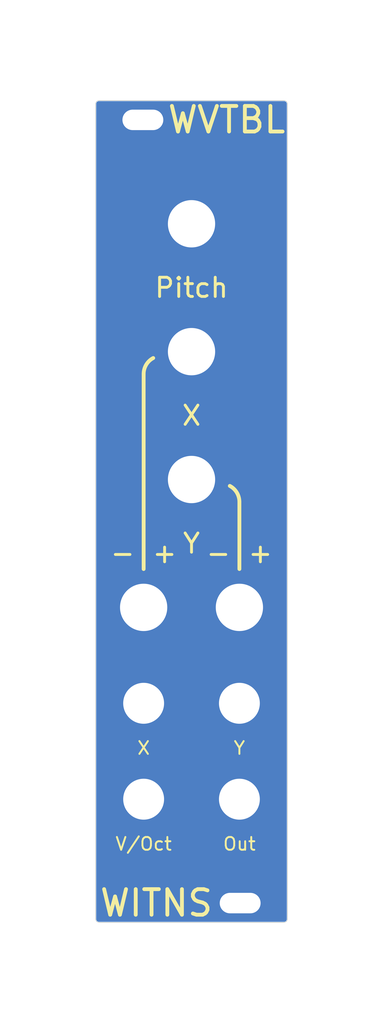
<source format=kicad_pcb>
(kicad_pcb (version 20211014) (generator pcbnew)
  (layers (0 "F.Cu" signal) (31 "B.Cu" signal) (34 "B.Paste" user) (35 "F.Paste" user) (36 "B.SilkS" user "B.Silkscreen") (37 "F.SilkS" user "F.Silkscreen") (38 "B.Mask" user) (39 "F.Mask" user) (44 "Edge.Cuts" user))
  (net 0 "")
  (net 1 "GND")
  (footprint "WITNS:FACEPLATE_6HP" (layer "F.Cu") (at 50 100)
    (fp_text reference "U1")
    (fp_text value "WVTBL" (at 5.5 -61.25 unlocked) (layer "F.SilkS") (effects (font (size 4 4) (thickness 0.6))))
    (fp_text user "WITNS" (at -5.5 61.25 unlocked) (layer "F.SilkS") (effects (font (size 4 4) (thickness 0.6))))
    (fp_line (start -15 -63.75) (end -15 63.75) (layer "Edge.Cuts") (width 0.12))
    (fp_line (start 15 63.75) (end 15 -63.75) (layer "Edge.Cuts") (width 0.12))
    (fp_line (start -14.5 64.25) (end 14.5 64.25) (layer "Edge.Cuts") (width 0.12))
    (fp_line (start 14.5 -64.25) (end -14.5 -64.25) (layer "Edge.Cuts") (width 0.12))
    (fp_arc (start 15 63.75) (mid 14.853553 64.103553) (end 14.5 64.25) (layer "Edge.Cuts") (width 0.12))
    (fp_arc (start -15 -63.75) (mid -14.853553 -64.103553) (end -14.5 -64.25) (layer "Edge.Cuts") (width 0.12))
    (fp_arc (start 14.5 -64.25) (mid 14.853553 -64.103553) (end 15 -63.75) (layer "Edge.Cuts") (width 0.12))
    (fp_arc (start -14.5 64.25) (mid -14.853553 64.103553) (end -15 63.75) (layer "Edge.Cuts") (width 0.12))
    (pad "1" thru_hole oval (at 7.62 61.25) (size 8.4 5) (drill oval 6.4 3.2) (layers *.Cu *.Mask) (net 1 "GND"))
    (pad "1" thru_hole oval (at -7.62 -61.25) (size 8.4 5) (drill oval 6.4 3.2) (layers *.Cu *.Mask) (net 1 "GND"))
  )
  (footprint "WITNS:PotentiometerHole_7.4mm_M7_Pad" (layer "F.Cu") (at 50 75)
    (fp_text reference "H103")
    (fp_text value "X" (at 0 10) (layer "F.SilkS") (effects (font (size 3 3) (thickness 0.45))))
    (pad "1" thru_hole circle (at 0 0) (size 11 11) (drill 7.4) (layers *.Cu *.Mask) (net 1 "GND"))
  )
  (footprint "WITNS:PotentiometerHole_7.4mm_M7_Pad" (layer "F.Cu") (at 50 95)
    (fp_text reference "H105")
    (fp_text value "Y" (at 0 10) (layer "F.SilkS") (effects (font (size 3 3) (thickness 0.45))))
    (pad "1" thru_hole circle (at 0 0) (size 11 11) (drill 7.4) (layers *.Cu *.Mask) (net 1 "GND"))
  )
  (footprint "WITNS:PotentiometerHole_7.4mm_M7_Pad" (layer "F.Cu") (at 57.5 115)
    (fp_text reference "H109")
    (fp_text value "-|+" (at 0 -8.5) (layer "F.SilkS") (effects (font (size 3 3) (thickness 0.45))))
    (pad "1" thru_hole circle (at 0 0) (size 11 11) (drill 7.4) (layers *.Cu *.Mask) (net 1 "GND"))
  )
  (footprint "WITNS:Thonkiconn_6.4mm_M6_Pad" (layer "F.Cu") (at 42.5 130)
    (fp_text reference "H104")
    (fp_text value "X" (at 0 7) (layer "F.SilkS") (effects (font (size 2 2) (thickness 0.3))))
    (pad "1" thru_hole circle (at 0 0) (size 9 9) (drill 6.4) (layers *.Cu *.Mask) (net 1 "GND"))
  )
  (footprint "WITNS:Thonkiconn_6.4mm_M6_Pad" (layer "F.Cu") (at 57.5 130)
    (fp_text reference "H106")
    (fp_text value "Y" (at 0 7) (layer "F.SilkS") (effects (font (size 2 2) (thickness 0.3))))
    (pad "1" thru_hole circle (at 0 0) (size 9 9) (drill 6.4) (layers *.Cu *.Mask) (net 1 "GND"))
  )
  (footprint "WITNS:Thonkiconn_6.4mm_M6_Pad" (layer "F.Cu") (at 57.5 145)
    (fp_text reference "H108")
    (fp_text value "Out" (at 0 7) (layer "F.SilkS") (effects (font (size 2 2) (thickness 0.3))))
    (pad "1" thru_hole circle (at 0 0) (size 9 9) (drill 6.4) (layers *.Cu *.Mask) (net 1 "GND"))
  )
  (footprint "WITNS:PotentiometerHole_7.4mm_M7_Pad" (layer "F.Cu") (at 42.5 115)
    (fp_text reference "H107")
    (fp_text value "-|+" (at 0 -8.5) (layer "F.SilkS") (effects (font (size 3 3) (thickness 0.45))))
    (pad "1" thru_hole circle (at 0 0) (size 11 11) (drill 7.4) (layers *.Cu *.Mask) (net 1 "GND"))
  )
  (footprint "WITNS:PotentiometerHole_7.4mm_M7_Pad" (layer "F.Cu") (at 50 55)
    (fp_text reference "H101")
    (fp_text value "Pitch" (at 0 10) (layer "F.SilkS") (effects (font (size 3 3) (thickness 0.45))))
    (pad "1" thru_hole circle (at 0 0) (size 11 11) (drill 7.4) (layers *.Cu *.Mask) (net 1 "GND"))
  )
  (footprint "WITNS:Thonkiconn_6.4mm_M6_Pad" (layer "F.Cu") (at 42.5 145)
    (fp_text reference "H102")
    (fp_text value "V/Oct" (at 0 7) (layer "F.SilkS") (effects (font (size 2 2) (thickness 0.3))))
    (pad "1" thru_hole circle (at 0 0) (size 9 9) (drill 6.4) (layers *.Cu *.Mask) (net 1 "GND"))
  )
  (gr_arc (start 42.5 78.5) (mid 42.90377 77.042262) (end 44 76) (layer "F.SilkS") (width 0.6))
  (gr_arc (start 56 96) (mid 57.09623 97.042262) (end 57.5 98.5) (layer "F.SilkS") (width 0.6))
  (gr_line (start 42.5 109) (end 42.5 78.5) (layer "F.SilkS") (width 0.6))
  (gr_line (start 57.5 98.5) (end 57.5 109) (layer "F.SilkS") (width 0.6))
  (zone (net 1) (net_name "GND") (layer "F.Cu") (connect_pads yes (clearance 0)) (min_thickness 0.0254) (fill yes (thermal_gap 0.508) (thermal_bridge_width 0.508))
    (polygon (pts (xy 70 170) (xy 30 170) (xy 30 30) (xy 70 30)))
  )
  (zone (net 1) (net_name "GND") (layer "B.Cu") (connect_pads yes (clearance 0)) (min_thickness 0.254) (fill yes (thermal_gap 0.508) (thermal_bridge_width 0.508))
    (polygon (pts (xy 80 180) (xy 20 180) (xy 20 20) (xy 80 20)))
  )
)
</source>
